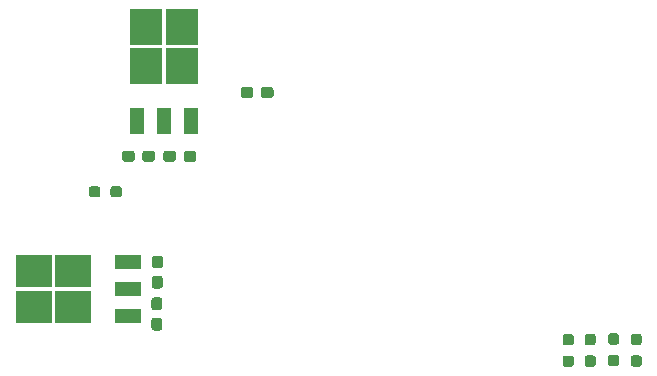
<source format=gbp>
G04 #@! TF.GenerationSoftware,KiCad,Pcbnew,5.1.10-88a1d61d58~88~ubuntu18.04.1*
G04 #@! TF.CreationDate,2021-10-23T19:35:26+09:00*
G04 #@! TF.ProjectId,CameraJigSTM32F446RE_Logic,43616d65-7261-44a6-9967-53544d333246,rev?*
G04 #@! TF.SameCoordinates,Original*
G04 #@! TF.FileFunction,Paste,Bot*
G04 #@! TF.FilePolarity,Positive*
%FSLAX46Y46*%
G04 Gerber Fmt 4.6, Leading zero omitted, Abs format (unit mm)*
G04 Created by KiCad (PCBNEW 5.1.10-88a1d61d58~88~ubuntu18.04.1) date 2021-10-23 19:35:26*
%MOMM*%
%LPD*%
G01*
G04 APERTURE LIST*
%ADD10R,3.050000X2.750000*%
%ADD11R,2.200000X1.200000*%
%ADD12R,1.200000X2.200000*%
%ADD13R,2.750000X3.050000*%
G04 APERTURE END LIST*
G04 #@! TO.C,C9*
G36*
G01*
X67712500Y-85875000D02*
X68187500Y-85875000D01*
G75*
G02*
X68425000Y-86112500I0J-237500D01*
G01*
X68425000Y-86712500D01*
G75*
G02*
X68187500Y-86950000I-237500J0D01*
G01*
X67712500Y-86950000D01*
G75*
G02*
X67475000Y-86712500I0J237500D01*
G01*
X67475000Y-86112500D01*
G75*
G02*
X67712500Y-85875000I237500J0D01*
G01*
G37*
G36*
G01*
X67712500Y-84150000D02*
X68187500Y-84150000D01*
G75*
G02*
X68425000Y-84387500I0J-237500D01*
G01*
X68425000Y-84987500D01*
G75*
G02*
X68187500Y-85225000I-237500J0D01*
G01*
X67712500Y-85225000D01*
G75*
G02*
X67475000Y-84987500I0J237500D01*
G01*
X67475000Y-84387500D01*
G75*
G02*
X67712500Y-84150000I237500J0D01*
G01*
G37*
G04 #@! TD*
G04 #@! TO.C,C11*
G36*
G01*
X69525000Y-75512500D02*
X69525000Y-75987500D01*
G75*
G02*
X69287500Y-76225000I-237500J0D01*
G01*
X68687500Y-76225000D01*
G75*
G02*
X68450000Y-75987500I0J237500D01*
G01*
X68450000Y-75512500D01*
G75*
G02*
X68687500Y-75275000I237500J0D01*
G01*
X69287500Y-75275000D01*
G75*
G02*
X69525000Y-75512500I0J-237500D01*
G01*
G37*
G36*
G01*
X71250000Y-75512500D02*
X71250000Y-75987500D01*
G75*
G02*
X71012500Y-76225000I-237500J0D01*
G01*
X70412500Y-76225000D01*
G75*
G02*
X70175000Y-75987500I0J237500D01*
G01*
X70175000Y-75512500D01*
G75*
G02*
X70412500Y-75275000I237500J0D01*
G01*
X71012500Y-75275000D01*
G75*
G02*
X71250000Y-75512500I0J-237500D01*
G01*
G37*
G04 #@! TD*
G04 #@! TO.C,C14*
G36*
G01*
X68137500Y-88775000D02*
X67662500Y-88775000D01*
G75*
G02*
X67425000Y-88537500I0J237500D01*
G01*
X67425000Y-87937500D01*
G75*
G02*
X67662500Y-87700000I237500J0D01*
G01*
X68137500Y-87700000D01*
G75*
G02*
X68375000Y-87937500I0J-237500D01*
G01*
X68375000Y-88537500D01*
G75*
G02*
X68137500Y-88775000I-237500J0D01*
G01*
G37*
G36*
G01*
X68137500Y-90500000D02*
X67662500Y-90500000D01*
G75*
G02*
X67425000Y-90262500I0J237500D01*
G01*
X67425000Y-89662500D01*
G75*
G02*
X67662500Y-89425000I237500J0D01*
G01*
X68137500Y-89425000D01*
G75*
G02*
X68375000Y-89662500I0J-237500D01*
G01*
X68375000Y-90262500D01*
G75*
G02*
X68137500Y-90500000I-237500J0D01*
G01*
G37*
G04 #@! TD*
G04 #@! TO.C,C15*
G36*
G01*
X64950000Y-75987500D02*
X64950000Y-75512500D01*
G75*
G02*
X65187500Y-75275000I237500J0D01*
G01*
X65787500Y-75275000D01*
G75*
G02*
X66025000Y-75512500I0J-237500D01*
G01*
X66025000Y-75987500D01*
G75*
G02*
X65787500Y-76225000I-237500J0D01*
G01*
X65187500Y-76225000D01*
G75*
G02*
X64950000Y-75987500I0J237500D01*
G01*
G37*
G36*
G01*
X66675000Y-75987500D02*
X66675000Y-75512500D01*
G75*
G02*
X66912500Y-75275000I237500J0D01*
G01*
X67512500Y-75275000D01*
G75*
G02*
X67750000Y-75512500I0J-237500D01*
G01*
X67750000Y-75987500D01*
G75*
G02*
X67512500Y-76225000I-237500J0D01*
G01*
X66912500Y-76225000D01*
G75*
G02*
X66675000Y-75987500I0J237500D01*
G01*
G37*
G04 #@! TD*
G04 #@! TO.C,C16*
G36*
G01*
X77787500Y-70112500D02*
X77787500Y-70587500D01*
G75*
G02*
X77550000Y-70825000I-237500J0D01*
G01*
X76950000Y-70825000D01*
G75*
G02*
X76712500Y-70587500I0J237500D01*
G01*
X76712500Y-70112500D01*
G75*
G02*
X76950000Y-69875000I237500J0D01*
G01*
X77550000Y-69875000D01*
G75*
G02*
X77787500Y-70112500I0J-237500D01*
G01*
G37*
G36*
G01*
X76062500Y-70112500D02*
X76062500Y-70587500D01*
G75*
G02*
X75825000Y-70825000I-237500J0D01*
G01*
X75225000Y-70825000D01*
G75*
G02*
X74987500Y-70587500I0J237500D01*
G01*
X74987500Y-70112500D01*
G75*
G02*
X75225000Y-69875000I237500J0D01*
G01*
X75825000Y-69875000D01*
G75*
G02*
X76062500Y-70112500I0J-237500D01*
G01*
G37*
G04 #@! TD*
G04 #@! TO.C,R2*
G36*
G01*
X108733500Y-93574100D02*
X108258500Y-93574100D01*
G75*
G02*
X108021000Y-93336600I0J237500D01*
G01*
X108021000Y-92836600D01*
G75*
G02*
X108258500Y-92599100I237500J0D01*
G01*
X108733500Y-92599100D01*
G75*
G02*
X108971000Y-92836600I0J-237500D01*
G01*
X108971000Y-93336600D01*
G75*
G02*
X108733500Y-93574100I-237500J0D01*
G01*
G37*
G36*
G01*
X108733500Y-91749100D02*
X108258500Y-91749100D01*
G75*
G02*
X108021000Y-91511600I0J237500D01*
G01*
X108021000Y-91011600D01*
G75*
G02*
X108258500Y-90774100I237500J0D01*
G01*
X108733500Y-90774100D01*
G75*
G02*
X108971000Y-91011600I0J-237500D01*
G01*
X108971000Y-91511600D01*
G75*
G02*
X108733500Y-91749100I-237500J0D01*
G01*
G37*
G04 #@! TD*
G04 #@! TO.C,R3*
G36*
G01*
X102977500Y-91764300D02*
X102502500Y-91764300D01*
G75*
G02*
X102265000Y-91526800I0J237500D01*
G01*
X102265000Y-91026800D01*
G75*
G02*
X102502500Y-90789300I237500J0D01*
G01*
X102977500Y-90789300D01*
G75*
G02*
X103215000Y-91026800I0J-237500D01*
G01*
X103215000Y-91526800D01*
G75*
G02*
X102977500Y-91764300I-237500J0D01*
G01*
G37*
G36*
G01*
X102977500Y-93589300D02*
X102502500Y-93589300D01*
G75*
G02*
X102265000Y-93351800I0J237500D01*
G01*
X102265000Y-92851800D01*
G75*
G02*
X102502500Y-92614300I237500J0D01*
G01*
X102977500Y-92614300D01*
G75*
G02*
X103215000Y-92851800I0J-237500D01*
G01*
X103215000Y-93351800D01*
G75*
G02*
X102977500Y-93589300I-237500J0D01*
G01*
G37*
G04 #@! TD*
G04 #@! TO.C,R4*
G36*
G01*
X106330500Y-90736000D02*
X106805500Y-90736000D01*
G75*
G02*
X107043000Y-90973500I0J-237500D01*
G01*
X107043000Y-91473500D01*
G75*
G02*
X106805500Y-91711000I-237500J0D01*
G01*
X106330500Y-91711000D01*
G75*
G02*
X106093000Y-91473500I0J237500D01*
G01*
X106093000Y-90973500D01*
G75*
G02*
X106330500Y-90736000I237500J0D01*
G01*
G37*
G36*
G01*
X106330500Y-92561000D02*
X106805500Y-92561000D01*
G75*
G02*
X107043000Y-92798500I0J-237500D01*
G01*
X107043000Y-93298500D01*
G75*
G02*
X106805500Y-93536000I-237500J0D01*
G01*
X106330500Y-93536000D01*
G75*
G02*
X106093000Y-93298500I0J237500D01*
G01*
X106093000Y-92798500D01*
G75*
G02*
X106330500Y-92561000I237500J0D01*
G01*
G37*
G04 #@! TD*
G04 #@! TO.C,R6*
G36*
G01*
X104834500Y-93581700D02*
X104359500Y-93581700D01*
G75*
G02*
X104122000Y-93344200I0J237500D01*
G01*
X104122000Y-92844200D01*
G75*
G02*
X104359500Y-92606700I237500J0D01*
G01*
X104834500Y-92606700D01*
G75*
G02*
X105072000Y-92844200I0J-237500D01*
G01*
X105072000Y-93344200D01*
G75*
G02*
X104834500Y-93581700I-237500J0D01*
G01*
G37*
G36*
G01*
X104834500Y-91756700D02*
X104359500Y-91756700D01*
G75*
G02*
X104122000Y-91519200I0J237500D01*
G01*
X104122000Y-91019200D01*
G75*
G02*
X104359500Y-90781700I237500J0D01*
G01*
X104834500Y-90781700D01*
G75*
G02*
X105072000Y-91019200I0J-237500D01*
G01*
X105072000Y-91519200D01*
G75*
G02*
X104834500Y-91756700I-237500J0D01*
G01*
G37*
G04 #@! TD*
G04 #@! TO.C,R32*
G36*
G01*
X64950000Y-78512500D02*
X64950000Y-78987500D01*
G75*
G02*
X64712500Y-79225000I-237500J0D01*
G01*
X64212500Y-79225000D01*
G75*
G02*
X63975000Y-78987500I0J237500D01*
G01*
X63975000Y-78512500D01*
G75*
G02*
X64212500Y-78275000I237500J0D01*
G01*
X64712500Y-78275000D01*
G75*
G02*
X64950000Y-78512500I0J-237500D01*
G01*
G37*
G36*
G01*
X63125000Y-78512500D02*
X63125000Y-78987500D01*
G75*
G02*
X62887500Y-79225000I-237500J0D01*
G01*
X62387500Y-79225000D01*
G75*
G02*
X62150000Y-78987500I0J237500D01*
G01*
X62150000Y-78512500D01*
G75*
G02*
X62387500Y-78275000I237500J0D01*
G01*
X62887500Y-78275000D01*
G75*
G02*
X63125000Y-78512500I0J-237500D01*
G01*
G37*
G04 #@! TD*
D10*
G04 #@! TO.C,U4*
X60825000Y-88525000D03*
X57475000Y-85475000D03*
X60825000Y-85475000D03*
X57475000Y-88525000D03*
D11*
X65450000Y-89280000D03*
X65450000Y-87000000D03*
X65450000Y-84720000D03*
G04 #@! TD*
D12*
G04 #@! TO.C,U6*
X70780000Y-72750000D03*
X68500000Y-72750000D03*
X66220000Y-72750000D03*
D13*
X66975000Y-64775000D03*
X70025000Y-68125000D03*
X70025000Y-64775000D03*
X66975000Y-68125000D03*
G04 #@! TD*
M02*

</source>
